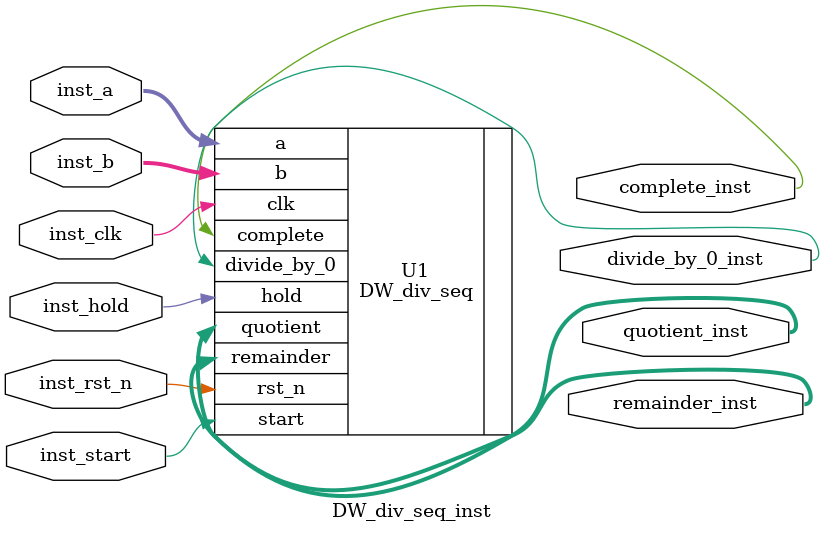
<source format=v>
module DW_div_seq_inst(inst_clk, inst_rst_n, inst_hold, inst_start, inst_a, 
   inst_b, complete_inst, divide_by_0_inst, quotient_inst, remainder_inst);

  parameter inst_a_width = 8; 
  parameter inst_b_width = 8; 
  parameter inst_tc_mode = 0; 
  parameter inst_num_cyc = 3; 
  parameter inst_rst_mode = 0; 
  parameter inst_input_mode = 1; 
  parameter inst_output_mode = 1; 
  parameter inst_early_start = 0; 
  // Please add +incdir+$SYNOPSYS/dw/sim_ver+ to your verilog simulator 
  // command line (for simulation).
  input inst_clk; 
  input inst_rst_n; 
  input inst_hold; 
  input inst_start; 
  input [inst_a_width-1 : 0] inst_a; 
  input [inst_b_width-1 : 0] inst_b; 
  output complete_inst; 
  output divide_by_0_inst; 
  output [inst_a_width-1 : 0] quotient_inst; 
  output [inst_b_width-1 : 0] remainder_inst;
  // Instance of DW_div_seq 
  DW_div_seq #(inst_a_width, inst_b_width, inst_tc_mode, inst_num_cyc,
               inst_rst_mode, inst_input_mode, inst_output_mode,
               inst_early_start) 
    U1 (.clk(inst_clk),   .rst_n(inst_rst_n),   .hold(inst_hold), 
        .start(inst_start),   .a(inst_a),   .b(inst_b), 
        .complete(complete_inst),   .divide_by_0(divide_by_0_inst), 
        .quotient(quotient_inst),   .remainder(remainder_inst) );
endmodule

</source>
